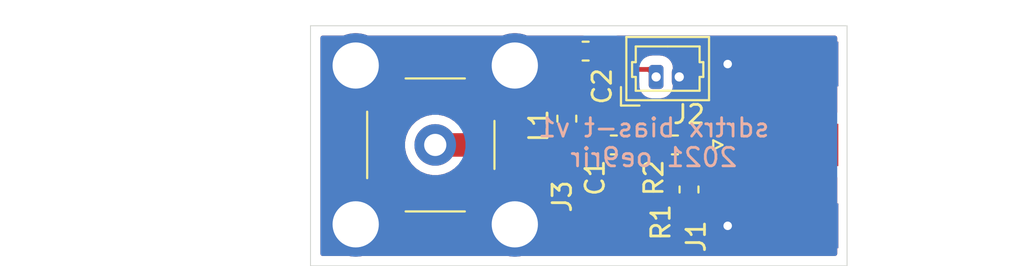
<source format=kicad_pcb>
(kicad_pcb (version 20171130) (host pcbnew 5.1.6+dfsg1-1~bpo9+1)

  (general
    (thickness 1.6)
    (drawings 5)
    (tracks 18)
    (zones 0)
    (modules 8)
    (nets 6)
  )

  (page A4)
  (layers
    (0 F.Cu signal)
    (31 B.Cu signal)
    (32 B.Adhes user)
    (33 F.Adhes user)
    (34 B.Paste user)
    (35 F.Paste user)
    (36 B.SilkS user)
    (37 F.SilkS user)
    (38 B.Mask user)
    (39 F.Mask user)
    (40 Dwgs.User user)
    (41 Cmts.User user)
    (42 Eco1.User user)
    (43 Eco2.User user)
    (44 Edge.Cuts user)
    (45 Margin user)
    (46 B.CrtYd user)
    (47 F.CrtYd user)
    (48 B.Fab user)
    (49 F.Fab user hide)
  )

  (setup
    (last_trace_width 0.25)
    (user_trace_width 0.254)
    (user_trace_width 0.508)
    (user_trace_width 1.27)
    (user_trace_width 2.032)
    (user_trace_width 2.794)
    (trace_clearance 0.2)
    (zone_clearance 0.508)
    (zone_45_only yes)
    (trace_min 0.2)
    (via_size 0.8)
    (via_drill 0.4)
    (via_min_size 0.4)
    (via_min_drill 0.3)
    (uvia_size 0.3)
    (uvia_drill 0.1)
    (uvias_allowed no)
    (uvia_min_size 0.2)
    (uvia_min_drill 0.1)
    (edge_width 0.05)
    (segment_width 0.2)
    (pcb_text_width 0.3)
    (pcb_text_size 1.5 1.5)
    (mod_edge_width 0.12)
    (mod_text_size 1 1)
    (mod_text_width 0.15)
    (pad_size 1.524 1.524)
    (pad_drill 0.762)
    (pad_to_mask_clearance 0.05)
    (aux_axis_origin 0 0)
    (visible_elements FFFFFF7F)
    (pcbplotparams
      (layerselection 0x010fc_ffffffff)
      (usegerberextensions true)
      (usegerberattributes false)
      (usegerberadvancedattributes false)
      (creategerberjobfile false)
      (excludeedgelayer true)
      (linewidth 0.100000)
      (plotframeref false)
      (viasonmask false)
      (mode 1)
      (useauxorigin false)
      (hpglpennumber 1)
      (hpglpenspeed 20)
      (hpglpendiameter 15.000000)
      (psnegative false)
      (psa4output false)
      (plotreference true)
      (plotvalue false)
      (plotinvisibletext false)
      (padsonsilk false)
      (subtractmaskfromsilk true)
      (outputformat 1)
      (mirror false)
      (drillshape 0)
      (scaleselection 1)
      (outputdirectory "gerber"))
  )

  (net 0 "")
  (net 1 "Net-(C1-Pad2)")
  (net 2 "Net-(C1-Pad1)")
  (net 3 "Net-(C2-Pad2)")
  (net 4 GND)
  (net 5 "Net-(J1-Pad1)")

  (net_class Default "This is the default net class."
    (clearance 0.2)
    (trace_width 0.25)
    (via_dia 0.8)
    (via_drill 0.4)
    (uvia_dia 0.3)
    (uvia_drill 0.1)
    (add_net GND)
    (add_net "Net-(C1-Pad1)")
    (add_net "Net-(C1-Pad2)")
    (add_net "Net-(C2-Pad2)")
    (add_net "Net-(J1-Pad1)")
  )

  (module Capacitor_SMD:C_0603_1608Metric (layer F.Cu) (tedit 5B301BBE) (tstamp 615A4F62)
    (at 94.869 63.373)
    (descr "Capacitor SMD 0603 (1608 Metric), square (rectangular) end terminal, IPC_7351 nominal, (Body size source: http://www.tortai-tech.com/upload/download/2011102023233369053.pdf), generated with kicad-footprint-generator")
    (tags capacitor)
    (path /6159E778)
    (attr smd)
    (fp_text reference C2 (at 0.889 1.905 90) (layer F.SilkS)
      (effects (font (size 1 1) (thickness 0.15)))
    )
    (fp_text value 100p (at 0 1.43) (layer F.Fab)
      (effects (font (size 1 1) (thickness 0.15)))
    )
    (fp_text user %R (at 0 0) (layer F.Fab)
      (effects (font (size 0.4 0.4) (thickness 0.06)))
    )
    (fp_line (start -0.8 0.4) (end -0.8 -0.4) (layer F.Fab) (width 0.1))
    (fp_line (start -0.8 -0.4) (end 0.8 -0.4) (layer F.Fab) (width 0.1))
    (fp_line (start 0.8 -0.4) (end 0.8 0.4) (layer F.Fab) (width 0.1))
    (fp_line (start 0.8 0.4) (end -0.8 0.4) (layer F.Fab) (width 0.1))
    (fp_line (start -0.162779 -0.51) (end 0.162779 -0.51) (layer F.SilkS) (width 0.12))
    (fp_line (start -0.162779 0.51) (end 0.162779 0.51) (layer F.SilkS) (width 0.12))
    (fp_line (start -1.48 0.73) (end -1.48 -0.73) (layer F.CrtYd) (width 0.05))
    (fp_line (start -1.48 -0.73) (end 1.48 -0.73) (layer F.CrtYd) (width 0.05))
    (fp_line (start 1.48 -0.73) (end 1.48 0.73) (layer F.CrtYd) (width 0.05))
    (fp_line (start 1.48 0.73) (end -1.48 0.73) (layer F.CrtYd) (width 0.05))
    (pad 2 smd roundrect (at 0.7875 0) (size 0.875 0.95) (layers F.Cu F.Paste F.Mask) (roundrect_rratio 0.25)
      (net 3 "Net-(C2-Pad2)"))
    (pad 1 smd roundrect (at -0.7875 0) (size 0.875 0.95) (layers F.Cu F.Paste F.Mask) (roundrect_rratio 0.25)
      (net 4 GND))
    (model ${KISYS3DMOD}/Capacitor_SMD.3dshapes/C_0603_1608Metric.wrl
      (at (xyz 0 0 0))
      (scale (xyz 1 1 1))
      (rotate (xyz 0 0 0))
    )
  )

  (module Resistor_SMD:R_0603_1608Metric (layer F.Cu) (tedit 5B301BBD) (tstamp 615A500D)
    (at 99.695 68.453)
    (descr "Resistor SMD 0603 (1608 Metric), square (rectangular) end terminal, IPC_7351 nominal, (Body size source: http://www.tortai-tech.com/upload/download/2011102023233369053.pdf), generated with kicad-footprint-generator")
    (tags resistor)
    (path /61596F29)
    (attr smd)
    (fp_text reference R2 (at -1.143 1.778 90) (layer F.SilkS)
      (effects (font (size 1 1) (thickness 0.15)))
    )
    (fp_text value 47 (at 0 1.43) (layer F.Fab)
      (effects (font (size 1 1) (thickness 0.15)))
    )
    (fp_line (start 1.48 0.73) (end -1.48 0.73) (layer F.CrtYd) (width 0.05))
    (fp_line (start 1.48 -0.73) (end 1.48 0.73) (layer F.CrtYd) (width 0.05))
    (fp_line (start -1.48 -0.73) (end 1.48 -0.73) (layer F.CrtYd) (width 0.05))
    (fp_line (start -1.48 0.73) (end -1.48 -0.73) (layer F.CrtYd) (width 0.05))
    (fp_line (start -0.162779 0.51) (end 0.162779 0.51) (layer F.SilkS) (width 0.12))
    (fp_line (start -0.162779 -0.51) (end 0.162779 -0.51) (layer F.SilkS) (width 0.12))
    (fp_line (start 0.8 0.4) (end -0.8 0.4) (layer F.Fab) (width 0.1))
    (fp_line (start 0.8 -0.4) (end 0.8 0.4) (layer F.Fab) (width 0.1))
    (fp_line (start -0.8 -0.4) (end 0.8 -0.4) (layer F.Fab) (width 0.1))
    (fp_line (start -0.8 0.4) (end -0.8 -0.4) (layer F.Fab) (width 0.1))
    (fp_text user %R (at 0 0) (layer F.Fab)
      (effects (font (size 0.4 0.4) (thickness 0.06)))
    )
    (pad 2 smd roundrect (at 0.7875 0) (size 0.875 0.95) (layers F.Cu F.Paste F.Mask) (roundrect_rratio 0.25)
      (net 5 "Net-(J1-Pad1)"))
    (pad 1 smd roundrect (at -0.7875 0) (size 0.875 0.95) (layers F.Cu F.Paste F.Mask) (roundrect_rratio 0.25)
      (net 1 "Net-(C1-Pad2)"))
    (model ${KISYS3DMOD}/Resistor_SMD.3dshapes/R_0603_1608Metric.wrl
      (at (xyz 0 0 0))
      (scale (xyz 1 1 1))
      (rotate (xyz 0 0 0))
    )
  )

  (module Resistor_SMD:R_0603_1608Metric (layer F.Cu) (tedit 5B301BBD) (tstamp 615A4FFC)
    (at 100.457 70.866 270)
    (descr "Resistor SMD 0603 (1608 Metric), square (rectangular) end terminal, IPC_7351 nominal, (Body size source: http://www.tortai-tech.com/upload/download/2011102023233369053.pdf), generated with kicad-footprint-generator")
    (tags resistor)
    (path /615976E1)
    (attr smd)
    (fp_text reference R1 (at 1.778 1.524 90) (layer F.SilkS)
      (effects (font (size 1 1) (thickness 0.15)))
    )
    (fp_text value 82 (at 0 1.43 90) (layer F.Fab)
      (effects (font (size 1 1) (thickness 0.15)))
    )
    (fp_line (start 1.48 0.73) (end -1.48 0.73) (layer F.CrtYd) (width 0.05))
    (fp_line (start 1.48 -0.73) (end 1.48 0.73) (layer F.CrtYd) (width 0.05))
    (fp_line (start -1.48 -0.73) (end 1.48 -0.73) (layer F.CrtYd) (width 0.05))
    (fp_line (start -1.48 0.73) (end -1.48 -0.73) (layer F.CrtYd) (width 0.05))
    (fp_line (start -0.162779 0.51) (end 0.162779 0.51) (layer F.SilkS) (width 0.12))
    (fp_line (start -0.162779 -0.51) (end 0.162779 -0.51) (layer F.SilkS) (width 0.12))
    (fp_line (start 0.8 0.4) (end -0.8 0.4) (layer F.Fab) (width 0.1))
    (fp_line (start 0.8 -0.4) (end 0.8 0.4) (layer F.Fab) (width 0.1))
    (fp_line (start -0.8 -0.4) (end 0.8 -0.4) (layer F.Fab) (width 0.1))
    (fp_line (start -0.8 0.4) (end -0.8 -0.4) (layer F.Fab) (width 0.1))
    (fp_text user %R (at 0 0 90) (layer F.Fab)
      (effects (font (size 0.4 0.4) (thickness 0.06)))
    )
    (pad 2 smd roundrect (at 0.7875 0 270) (size 0.875 0.95) (layers F.Cu F.Paste F.Mask) (roundrect_rratio 0.25)
      (net 4 GND))
    (pad 1 smd roundrect (at -0.7875 0 270) (size 0.875 0.95) (layers F.Cu F.Paste F.Mask) (roundrect_rratio 0.25)
      (net 5 "Net-(J1-Pad1)"))
    (model ${KISYS3DMOD}/Resistor_SMD.3dshapes/R_0603_1608Metric.wrl
      (at (xyz 0 0 0))
      (scale (xyz 1 1 1))
      (rotate (xyz 0 0 0))
    )
  )

  (module Inductor_SMD:L_0603_1608Metric (layer F.Cu) (tedit 5B301BBE) (tstamp 615A4FEB)
    (at 93.853 67.0305 90)
    (descr "Inductor SMD 0603 (1608 Metric), square (rectangular) end terminal, IPC_7351 nominal, (Body size source: http://www.tortai-tech.com/upload/download/2011102023233369053.pdf), generated with kicad-footprint-generator")
    (tags inductor)
    (path /6159902B)
    (attr smd)
    (fp_text reference L1 (at -0.381 -1.524 90) (layer F.SilkS)
      (effects (font (size 1 1) (thickness 0.15)))
    )
    (fp_text value 39nH (at 0 1.43 90) (layer F.Fab)
      (effects (font (size 1 1) (thickness 0.15)))
    )
    (fp_line (start 1.48 0.73) (end -1.48 0.73) (layer F.CrtYd) (width 0.05))
    (fp_line (start 1.48 -0.73) (end 1.48 0.73) (layer F.CrtYd) (width 0.05))
    (fp_line (start -1.48 -0.73) (end 1.48 -0.73) (layer F.CrtYd) (width 0.05))
    (fp_line (start -1.48 0.73) (end -1.48 -0.73) (layer F.CrtYd) (width 0.05))
    (fp_line (start -0.162779 0.51) (end 0.162779 0.51) (layer F.SilkS) (width 0.12))
    (fp_line (start -0.162779 -0.51) (end 0.162779 -0.51) (layer F.SilkS) (width 0.12))
    (fp_line (start 0.8 0.4) (end -0.8 0.4) (layer F.Fab) (width 0.1))
    (fp_line (start 0.8 -0.4) (end 0.8 0.4) (layer F.Fab) (width 0.1))
    (fp_line (start -0.8 -0.4) (end 0.8 -0.4) (layer F.Fab) (width 0.1))
    (fp_line (start -0.8 0.4) (end -0.8 -0.4) (layer F.Fab) (width 0.1))
    (fp_text user %R (at 0 0 90) (layer F.Fab)
      (effects (font (size 0.4 0.4) (thickness 0.06)))
    )
    (pad 2 smd roundrect (at 0.7875 0 90) (size 0.875 0.95) (layers F.Cu F.Paste F.Mask) (roundrect_rratio 0.25)
      (net 3 "Net-(C2-Pad2)"))
    (pad 1 smd roundrect (at -0.7875 0 90) (size 0.875 0.95) (layers F.Cu F.Paste F.Mask) (roundrect_rratio 0.25)
      (net 2 "Net-(C1-Pad1)"))
    (model ${KISYS3DMOD}/Inductor_SMD.3dshapes/L_0603_1608Metric.wrl
      (at (xyz 0 0 0))
      (scale (xyz 1 1 1))
      (rotate (xyz 0 0 0))
    )
  )

  (module Parts:F_Molex_73330-0030_Horizontal (layer F.Cu) (tedit 61598F2A) (tstamp 615A4FDA)
    (at 86.741 68.453 90)
    (descr https://www.molex.com/pdm_docs/sd/733300030_sd.pdf)
    (tags "F THT Female Jack Horizontal")
    (path /61599B39)
    (fp_text reference J3 (at -2.794 6.858 90) (layer F.SilkS)
      (effects (font (size 1 1) (thickness 0.15)))
    )
    (fp_text value LNB (at 7.112 -0.254 180) (layer F.Fab)
      (effects (font (size 1 1) (thickness 0.15)))
    )
    (fp_line (start 5.5 -5.75) (end -5.5 -5.75) (layer F.CrtYd) (width 0.1))
    (fp_line (start 5.75 5.75) (end -5.75 5.75) (layer F.CrtYd) (width 0.05))
    (fp_line (start 5.75 5.75) (end 5.75 -23.5) (layer F.CrtYd) (width 0.05))
    (fp_line (start -5.75 -23.5) (end -5.75 5.75) (layer F.CrtYd) (width 0.05))
    (fp_line (start -5.75 -23.5) (end 5.75 -23.5) (layer F.CrtYd) (width 0.05))
    (fp_line (start -3.5 -3.95) (end 3.5 -3.95) (layer F.Fab) (width 0.1))
    (fp_line (start -3.5 -3.95) (end -3.5 3.05) (layer F.Fab) (width 0.1))
    (fp_line (start -3.5 3.05) (end 3.5 3.05) (layer F.Fab) (width 0.1))
    (fp_line (start 3.5 -3.95) (end 3.5 3.05) (layer F.Fab) (width 0.1))
    (fp_line (start -3.6 -1.6) (end -3.6 1.6) (layer F.SilkS) (width 0.12))
    (fp_line (start 3.6 -1.6) (end 3.6 1.6) (layer F.SilkS) (width 0.12))
    (fp_line (start -1.3 3.2) (end 1.3 3.2) (layer F.SilkS) (width 0.12))
    (fp_line (start -1.8 -3.68) (end 1.8 -3.68) (layer F.SilkS) (width 0.12))
    (fp_line (start -3 -16.5) (end 3 -16.5) (layer F.Fab) (width 0.1))
    (fp_line (start -3 -16.5) (end -3 -5.07) (layer F.Fab) (width 0.1))
    (fp_line (start 3 -16.5) (end 3 -5.07) (layer F.Fab) (width 0.1))
    (fp_line (start 3.9 -3.95) (end 3.9 -5.07) (layer F.Fab) (width 0.1))
    (fp_line (start 3.9 -5.07) (end -3.9 -5.07) (layer F.Fab) (width 0.1))
    (fp_line (start -3.9 -5.07) (end -3.9 -3.95) (layer F.Fab) (width 0.1))
    (fp_line (start -3.9 -3.95) (end 3.9 -3.95) (layer F.Fab) (width 0.1))
    (fp_line (start -3 -6) (end 3 -6.7) (layer F.Fab) (width 0.1))
    (fp_line (start -3 -7) (end 3 -7.7) (layer F.Fab) (width 0.1))
    (fp_line (start -3 -8) (end 3 -8.7) (layer F.Fab) (width 0.1))
    (fp_line (start -3 -9) (end 3 -9.7) (layer F.Fab) (width 0.1))
    (fp_line (start -3 -10) (end 3 -10.7) (layer F.Fab) (width 0.1))
    (fp_line (start -3 -11) (end 3 -11.7) (layer F.Fab) (width 0.1))
    (fp_line (start -3 -12) (end 3 -12.7) (layer F.Fab) (width 0.1))
    (fp_line (start -3 -13) (end 3 -13.7) (layer F.Fab) (width 0.1))
    (fp_line (start -3 -14) (end 3 -14.7) (layer F.Fab) (width 0.1))
    (fp_text user %R (at 0 0 90) (layer F.Fab)
      (effects (font (size 1 1) (thickness 0.15)))
    )
    (pad 2 thru_hole circle (at -4.3 4.3 90) (size 3.5 3.5) (drill 2.5) (layers *.Cu *.Mask)
      (net 4 GND))
    (pad 2 thru_hole circle (at -4.3 -4.3 90) (size 3.5 3.5) (drill 2.5) (layers *.Cu *.Mask)
      (net 4 GND))
    (pad 2 thru_hole circle (at 4.3 -4.3 90) (size 3.5 3.5) (drill 2.5) (layers *.Cu *.Mask)
      (net 4 GND))
    (pad 2 thru_hole circle (at 4.3 4.3 180) (size 3.5 3.5) (drill 2.5) (layers *.Cu *.Mask)
      (net 4 GND))
    (pad 1 thru_hole circle (at 0 0 90) (size 2.25 2.25) (drill 1.2) (layers *.Cu *.Mask)
      (net 2 "Net-(C1-Pad1)"))
    (model ${KISYS3DMOD}/Connector_Coaxial.3dshapes/SMA_Molex_73251-2200_Horizontal.wrl
      (at (xyz 0 0 0))
      (scale (xyz 1 1 1))
      (rotate (xyz 0 0 0))
    )
    (model /home/rudirai/Downloads/733300030.stp
      (offset (xyz 0 23.8 8))
      (scale (xyz 1 1 1))
      (rotate (xyz 90 180 0))
    )
  )

  (module Connector_Molex:Molex_PicoBlade_53047-0210_1x02_P1.25mm_Vertical (layer F.Cu) (tedit 5B783167) (tstamp 615A4FB3)
    (at 98.679 64.77)
    (descr "Molex PicoBlade Connector System, 53047-0210, 2 Pins per row (http://www.molex.com/pdm_docs/sd/530470610_sd.pdf), generated with kicad-footprint-generator")
    (tags "connector Molex PicoBlade side entry")
    (path /615C7C2C)
    (fp_text reference J2 (at 1.778 2.032 180) (layer F.SilkS)
      (effects (font (size 1 1) (thickness 0.15)))
    )
    (fp_text value 13V (at 0.62 2.35) (layer F.Fab)
      (effects (font (size 1 1) (thickness 0.15)))
    )
    (fp_line (start 3.25 -2.55) (end -2 -2.55) (layer F.CrtYd) (width 0.05))
    (fp_line (start 3.25 1.65) (end 3.25 -2.55) (layer F.CrtYd) (width 0.05))
    (fp_line (start -2 1.65) (end 3.25 1.65) (layer F.CrtYd) (width 0.05))
    (fp_line (start -2 -2.55) (end -2 1.65) (layer F.CrtYd) (width 0.05))
    (fp_line (start 0 0.442893) (end 0.5 1.15) (layer F.Fab) (width 0.1))
    (fp_line (start -0.5 1.15) (end 0 0.442893) (layer F.Fab) (width 0.1))
    (fp_line (start -1.9 1.55) (end -0.9 1.55) (layer F.SilkS) (width 0.12))
    (fp_line (start -1.9 1.55) (end -1.9 0.55) (layer F.SilkS) (width 0.12))
    (fp_line (start 2.35 -1.65) (end 0.625 -1.65) (layer F.SilkS) (width 0.12))
    (fp_line (start 2.35 -0.8) (end 2.35 -1.65) (layer F.SilkS) (width 0.12))
    (fp_line (start 2.55 -0.8) (end 2.35 -0.8) (layer F.SilkS) (width 0.12))
    (fp_line (start 2.55 0) (end 2.55 -0.8) (layer F.SilkS) (width 0.12))
    (fp_line (start 2.35 0) (end 2.55 0) (layer F.SilkS) (width 0.12))
    (fp_line (start 2.35 0.75) (end 2.35 0) (layer F.SilkS) (width 0.12))
    (fp_line (start 0.625 0.75) (end 2.35 0.75) (layer F.SilkS) (width 0.12))
    (fp_line (start -1.1 -1.65) (end 0.625 -1.65) (layer F.SilkS) (width 0.12))
    (fp_line (start -1.1 -0.8) (end -1.1 -1.65) (layer F.SilkS) (width 0.12))
    (fp_line (start -1.3 -0.8) (end -1.1 -0.8) (layer F.SilkS) (width 0.12))
    (fp_line (start -1.3 0) (end -1.3 -0.8) (layer F.SilkS) (width 0.12))
    (fp_line (start -1.1 0) (end -1.3 0) (layer F.SilkS) (width 0.12))
    (fp_line (start -1.1 0.75) (end -1.1 0) (layer F.SilkS) (width 0.12))
    (fp_line (start 0.625 0.75) (end -1.1 0.75) (layer F.SilkS) (width 0.12))
    (fp_line (start 2.86 -2.16) (end -1.61 -2.16) (layer F.SilkS) (width 0.12))
    (fp_line (start 2.86 1.26) (end 2.86 -2.16) (layer F.SilkS) (width 0.12))
    (fp_line (start -1.61 1.26) (end 2.86 1.26) (layer F.SilkS) (width 0.12))
    (fp_line (start -1.61 -2.16) (end -1.61 1.26) (layer F.SilkS) (width 0.12))
    (fp_line (start 2.75 -2.05) (end -1.5 -2.05) (layer F.Fab) (width 0.1))
    (fp_line (start 2.75 1.15) (end 2.75 -2.05) (layer F.Fab) (width 0.1))
    (fp_line (start -1.5 1.15) (end 2.75 1.15) (layer F.Fab) (width 0.1))
    (fp_line (start -1.5 -2.05) (end -1.5 1.15) (layer F.Fab) (width 0.1))
    (fp_text user %R (at 0.62 -1.35) (layer F.Fab)
      (effects (font (size 1 1) (thickness 0.15)))
    )
    (pad 2 thru_hole oval (at 1.25 0) (size 0.8 1.3) (drill 0.5) (layers *.Cu *.Mask)
      (net 4 GND))
    (pad 1 thru_hole roundrect (at 0 0) (size 0.8 1.3) (drill 0.5) (layers *.Cu *.Mask) (roundrect_rratio 0.25)
      (net 3 "Net-(C2-Pad2)"))
    (model ${KISYS3DMOD}/Connector_Molex.3dshapes/Molex_PicoBlade_53047-0210_1x02_P1.25mm_Vertical.wrl
      (at (xyz 0 0 0))
      (scale (xyz 1 1 1))
      (rotate (xyz 0 0 0))
    )
  )

  (module Connector_Coaxial:SMA_Molex_73251-1153_EdgeMount_Horizontal (layer F.Cu) (tedit 5A1B666F) (tstamp 615A717E)
    (at 104.267 68.453 180)
    (descr "Molex SMA RF Connectors, Edge Mount, (http://www.molex.com/pdm_docs/sd/732511150_sd.pdf)")
    (tags "sma edge")
    (path /6159A657)
    (attr smd)
    (fp_text reference J1 (at 3.429 -4.953 90) (layer F.SilkS)
      (effects (font (size 1 1) (thickness 0.15)))
    )
    (fp_text value SDR (at -1.72 -7.11) (layer F.Fab)
      (effects (font (size 1 1) (thickness 0.15)))
    )
    (fp_line (start -5.91 4.76) (end 0.49 4.76) (layer F.Fab) (width 0.1))
    (fp_line (start -5.91 -4.76) (end -5.91 4.76) (layer F.Fab) (width 0.1))
    (fp_line (start 0.49 -4.76) (end -5.91 -4.76) (layer F.Fab) (width 0.1))
    (fp_line (start -4.76 -3.75) (end -4.76 3.75) (layer F.Fab) (width 0.1))
    (fp_line (start -13.79 2.65) (end -5.91 2.65) (layer F.Fab) (width 0.1))
    (fp_line (start -13.79 -2.65) (end -13.79 2.65) (layer F.Fab) (width 0.1))
    (fp_line (start -13.79 -2.65) (end -5.91 -2.65) (layer F.Fab) (width 0.1))
    (fp_line (start -4.76 3.75) (end 0.49 3.75) (layer F.Fab) (width 0.1))
    (fp_line (start -4.76 -3.75) (end 0.49 -3.75) (layer F.Fab) (width 0.1))
    (fp_line (start 2.71 -6.09) (end -14.29 -6.09) (layer F.CrtYd) (width 0.05))
    (fp_line (start 2.71 -6.09) (end 2.71 6.09) (layer F.CrtYd) (width 0.05))
    (fp_line (start -14.29 6.09) (end 2.71 6.09) (layer B.CrtYd) (width 0.05))
    (fp_line (start -14.29 -6.09) (end -14.29 6.09) (layer B.CrtYd) (width 0.05))
    (fp_line (start -14.29 -6.09) (end 2.71 -6.09) (layer B.CrtYd) (width 0.05))
    (fp_line (start 2.71 -6.09) (end 2.71 6.09) (layer B.CrtYd) (width 0.05))
    (fp_line (start -14.29 6.09) (end 2.71 6.09) (layer F.CrtYd) (width 0.05))
    (fp_line (start -14.29 -6.09) (end -14.29 6.09) (layer F.CrtYd) (width 0.05))
    (fp_line (start 0.49 -4.76) (end 0.49 -3.75) (layer F.Fab) (width 0.1))
    (fp_line (start 0.49 3.75) (end 0.49 4.76) (layer F.Fab) (width 0.1))
    (fp_line (start 0.49 -0.38) (end 0.49 0.38) (layer F.Fab) (width 0.1))
    (fp_line (start -4.76 0.38) (end 0.49 0.38) (layer F.Fab) (width 0.1))
    (fp_line (start -4.76 -0.38) (end 0.49 -0.38) (layer F.Fab) (width 0.1))
    (fp_line (start 2 0) (end 2.5 -0.25) (layer F.SilkS) (width 0.12))
    (fp_line (start 2.5 -0.25) (end 2.5 0.25) (layer F.SilkS) (width 0.12))
    (fp_line (start 2.5 0.25) (end 2 0) (layer F.SilkS) (width 0.12))
    (fp_line (start 2.5 -0.25) (end 2 0) (layer F.Fab) (width 0.1))
    (fp_line (start 2 0) (end 2.5 0.25) (layer F.Fab) (width 0.1))
    (fp_line (start 2.5 0.25) (end 2.5 -0.25) (layer F.Fab) (width 0.1))
    (fp_text user %R (at -1.5 7) (layer F.Fab)
      (effects (font (size 1 1) (thickness 0.15)))
    )
    (pad 2 smd rect (at 1.27 4.38 180) (size 0.95 0.46) (layers B.Cu)
      (net 4 GND))
    (pad 2 smd rect (at 1.27 -4.38 180) (size 0.95 0.46) (layers B.Cu)
      (net 4 GND))
    (pad 2 smd rect (at 1.27 4.38 180) (size 0.95 0.46) (layers F.Cu)
      (net 4 GND))
    (pad 2 smd rect (at 1.27 -4.38 180) (size 0.95 0.46) (layers F.Cu)
      (net 4 GND))
    (pad 2 thru_hole circle (at 1.72 4.38 180) (size 0.97 0.97) (drill 0.46) (layers *.Cu)
      (net 4 GND))
    (pad 2 thru_hole circle (at 1.72 -4.38 180) (size 0.97 0.97) (drill 0.46) (layers *.Cu)
      (net 4 GND))
    (pad 2 smd rect (at -1.72 4.38 180) (size 5.08 2.42) (layers B.Cu B.Paste B.Mask)
      (net 4 GND))
    (pad 2 smd rect (at -1.72 -4.38 180) (size 5.08 2.42) (layers B.Cu B.Paste B.Mask)
      (net 4 GND))
    (pad 2 smd rect (at -1.72 4.38 180) (size 5.08 2.42) (layers F.Cu F.Paste F.Mask)
      (net 4 GND))
    (pad 2 smd rect (at -1.72 -4.38 180) (size 5.08 2.42) (layers F.Cu F.Paste F.Mask)
      (net 4 GND))
    (pad 1 smd rect (at -1.72 0 180) (size 5.08 2.29) (layers F.Cu F.Paste F.Mask)
      (net 5 "Net-(J1-Pad1)"))
    (model ${KISYS3DMOD}/Connector_Coaxial.3dshapes/SMA_Molex_73251-1153_EdgeMount_Horizontal.wrl
      (at (xyz 0 0 0))
      (scale (xyz 1 1 1))
      (rotate (xyz 0 0 0))
    )
    (model /home/rudirai/Downloads/732511153.stp
      (offset (xyz -14 0 0.25))
      (scale (xyz 1 1 1))
      (rotate (xyz 0 0 0))
    )
  )

  (module Capacitor_SMD:C_0603_1608Metric (layer F.Cu) (tedit 5B301BBE) (tstamp 615A4F51)
    (at 96.393 68.453)
    (descr "Capacitor SMD 0603 (1608 Metric), square (rectangular) end terminal, IPC_7351 nominal, (Body size source: http://www.tortai-tech.com/upload/download/2011102023233369053.pdf), generated with kicad-footprint-generator")
    (tags capacitor)
    (path /615977F6)
    (attr smd)
    (fp_text reference C1 (at -1.016 1.778 90) (layer F.SilkS)
      (effects (font (size 1 1) (thickness 0.15)))
    )
    (fp_text value 100p (at 0 1.43) (layer F.Fab)
      (effects (font (size 1 1) (thickness 0.15)))
    )
    (fp_line (start 1.48 0.73) (end -1.48 0.73) (layer F.CrtYd) (width 0.05))
    (fp_line (start 1.48 -0.73) (end 1.48 0.73) (layer F.CrtYd) (width 0.05))
    (fp_line (start -1.48 -0.73) (end 1.48 -0.73) (layer F.CrtYd) (width 0.05))
    (fp_line (start -1.48 0.73) (end -1.48 -0.73) (layer F.CrtYd) (width 0.05))
    (fp_line (start -0.162779 0.51) (end 0.162779 0.51) (layer F.SilkS) (width 0.12))
    (fp_line (start -0.162779 -0.51) (end 0.162779 -0.51) (layer F.SilkS) (width 0.12))
    (fp_line (start 0.8 0.4) (end -0.8 0.4) (layer F.Fab) (width 0.1))
    (fp_line (start 0.8 -0.4) (end 0.8 0.4) (layer F.Fab) (width 0.1))
    (fp_line (start -0.8 -0.4) (end 0.8 -0.4) (layer F.Fab) (width 0.1))
    (fp_line (start -0.8 0.4) (end -0.8 -0.4) (layer F.Fab) (width 0.1))
    (fp_text user %R (at 0 0) (layer F.Fab)
      (effects (font (size 0.4 0.4) (thickness 0.06)))
    )
    (pad 2 smd roundrect (at 0.7875 0) (size 0.875 0.95) (layers F.Cu F.Paste F.Mask) (roundrect_rratio 0.25)
      (net 1 "Net-(C1-Pad2)"))
    (pad 1 smd roundrect (at -0.7875 0) (size 0.875 0.95) (layers F.Cu F.Paste F.Mask) (roundrect_rratio 0.25)
      (net 2 "Net-(C1-Pad1)"))
    (model ${KISYS3DMOD}/Capacitor_SMD.3dshapes/C_0603_1608Metric.wrl
      (at (xyz 0 0 0))
      (scale (xyz 1 1 1))
      (rotate (xyz 0 0 0))
    )
  )

  (gr_text "sdrtrx bias-t v1\n2021 oe9rir" (at 98.552 68.326) (layer B.SilkS)
    (effects (font (size 1 1) (thickness 0.15)) (justify mirror))
  )
  (gr_line (start 109 62) (end 109 75) (layer Edge.Cuts) (width 0.05))
  (gr_line (start 80 75) (end 109 75) (layer Edge.Cuts) (width 0.05))
  (gr_line (start 80 62) (end 109 62) (layer Edge.Cuts) (width 0.05))
  (gr_line (start 80 75) (end 80 62) (layer Edge.Cuts) (width 0.05))

  (segment (start 97.1805 68.453) (end 98.9075 68.453) (width 1.27) (layer F.Cu) (net 1))
  (segment (start 95.6055 68.453) (end 86.741 68.453) (width 1.27) (layer F.Cu) (net 2))
  (segment (start 95.6565 64.3635) (end 95.6565 63.373) (width 0.254) (layer F.Cu) (net 3))
  (segment (start 98.2725 64.3635) (end 98.679 64.77) (width 0.254) (layer F.Cu) (net 3))
  (segment (start 95.6565 64.3635) (end 98.2725 64.3635) (width 0.254) (layer F.Cu) (net 3))
  (segment (start 95.6565 64.4395) (end 93.853 66.243) (width 0.254) (layer F.Cu) (net 3))
  (segment (start 95.6565 64.3635) (end 95.6565 64.4395) (width 0.254) (layer F.Cu) (net 3))
  (segment (start 103.182 64.073) (end 101.919 64.073) (width 0.508) (layer F.Cu) (net 4))
  (segment (start 103.182 64.073) (end 101.789 64.073) (width 0.508) (layer B.Cu) (net 4))
  (segment (start 103.182 72.833) (end 101.535 72.833) (width 0.508) (layer B.Cu) (net 4))
  (segment (start 103.182 72.833) (end 101.792 72.833) (width 0.508) (layer F.Cu) (net 4))
  (segment (start 91.821 63.373) (end 91.041 64.153) (width 0.508) (layer F.Cu) (net 4))
  (segment (start 94.0815 63.373) (end 91.821 63.373) (width 0.508) (layer F.Cu) (net 4))
  (segment (start 100.6125 71.6535) (end 101.792 72.833) (width 0.508) (layer F.Cu) (net 4))
  (segment (start 100.457 71.6535) (end 100.6125 71.6535) (width 0.508) (layer F.Cu) (net 4))
  (segment (start 100.4825 70.053) (end 100.457 70.0785) (width 0.254) (layer F.Cu) (net 5))
  (segment (start 100.4825 68.453) (end 100.4825 70.053) (width 0.254) (layer F.Cu) (net 5))
  (segment (start 100.4825 68.453) (end 106.622 68.453) (width 1.27) (layer F.Cu) (net 5))

  (zone (net 4) (net_name GND) (layer B.Cu) (tstamp 615A6C99) (hatch edge 0.508)
    (connect_pads yes (clearance 0.508))
    (min_thickness 0.254)
    (fill yes (arc_segments 32) (thermal_gap 0.508) (thermal_bridge_width 0.508))
    (polygon
      (pts
        (xy 108.585 74.676) (xy 80.391 74.676) (xy 80.391 62.357) (xy 108.585 62.357)
      )
    )
    (filled_polygon
      (pts
        (xy 108.340001 74.34) (xy 80.66 74.34) (xy 80.66 68.279655) (xy 84.981 68.279655) (xy 84.981 68.626345)
        (xy 85.048636 68.966373) (xy 85.181308 69.286673) (xy 85.373919 69.574935) (xy 85.619065 69.820081) (xy 85.907327 70.012692)
        (xy 86.227627 70.145364) (xy 86.567655 70.213) (xy 86.914345 70.213) (xy 87.254373 70.145364) (xy 87.574673 70.012692)
        (xy 87.862935 69.820081) (xy 88.108081 69.574935) (xy 88.300692 69.286673) (xy 88.433364 68.966373) (xy 88.501 68.626345)
        (xy 88.501 68.279655) (xy 88.433364 67.939627) (xy 88.300692 67.619327) (xy 88.108081 67.331065) (xy 87.862935 67.085919)
        (xy 87.574673 66.893308) (xy 87.254373 66.760636) (xy 86.914345 66.693) (xy 86.567655 66.693) (xy 86.227627 66.760636)
        (xy 85.907327 66.893308) (xy 85.619065 67.085919) (xy 85.373919 67.331065) (xy 85.181308 67.619327) (xy 85.048636 67.939627)
        (xy 84.981 68.279655) (xy 80.66 68.279655) (xy 80.66 64.32) (xy 97.640928 64.32) (xy 97.640928 65.22)
        (xy 97.657031 65.3835) (xy 97.704722 65.540716) (xy 97.782169 65.685608) (xy 97.886394 65.812606) (xy 98.013392 65.916831)
        (xy 98.158284 65.994278) (xy 98.3155 66.041969) (xy 98.479 66.058072) (xy 98.879 66.058072) (xy 99.0425 66.041969)
        (xy 99.199716 65.994278) (xy 99.344608 65.916831) (xy 99.471606 65.812606) (xy 99.575831 65.685608) (xy 99.653278 65.540716)
        (xy 99.700969 65.3835) (xy 99.717072 65.22) (xy 99.717072 64.32) (xy 99.700969 64.1565) (xy 99.653278 63.999284)
        (xy 99.575831 63.854392) (xy 99.471606 63.727394) (xy 99.344608 63.623169) (xy 99.199716 63.545722) (xy 99.0425 63.498031)
        (xy 98.879 63.481928) (xy 98.479 63.481928) (xy 98.3155 63.498031) (xy 98.158284 63.545722) (xy 98.013392 63.623169)
        (xy 97.886394 63.727394) (xy 97.782169 63.854392) (xy 97.704722 63.999284) (xy 97.657031 64.1565) (xy 97.640928 64.32)
        (xy 80.66 64.32) (xy 80.66 62.66) (xy 108.34 62.66)
      )
    )
  )
  (zone (net 4) (net_name GND) (layer F.Cu) (tstamp 615A6C96) (hatch edge 0.508)
    (connect_pads yes (clearance 0.508))
    (min_thickness 0.254)
    (fill yes (arc_segments 32) (thermal_gap 0.508) (thermal_bridge_width 0.508))
    (polygon
      (pts
        (xy 108.585 74.676) (xy 80.391 74.676) (xy 80.391 62.357) (xy 108.585 62.357)
      )
    )
    (filled_polygon
      (pts
        (xy 94.64615 62.788858) (xy 94.597392 62.949592) (xy 94.580928 63.11675) (xy 94.580928 63.62925) (xy 94.597392 63.796408)
        (xy 94.64615 63.957142) (xy 94.725329 64.105275) (xy 94.809965 64.208405) (xy 93.850942 65.167428) (xy 93.59675 65.167428)
        (xy 93.429592 65.183892) (xy 93.268858 65.23265) (xy 93.120725 65.311829) (xy 92.990885 65.418385) (xy 92.884329 65.548225)
        (xy 92.80515 65.696358) (xy 92.756392 65.857092) (xy 92.739928 66.02425) (xy 92.739928 66.46175) (xy 92.756392 66.628908)
        (xy 92.80515 66.789642) (xy 92.884329 66.937775) (xy 92.960426 67.0305) (xy 92.884329 67.123225) (xy 92.852378 67.183)
        (xy 87.960016 67.183) (xy 87.862935 67.085919) (xy 87.574673 66.893308) (xy 87.254373 66.760636) (xy 86.914345 66.693)
        (xy 86.567655 66.693) (xy 86.227627 66.760636) (xy 85.907327 66.893308) (xy 85.619065 67.085919) (xy 85.373919 67.331065)
        (xy 85.181308 67.619327) (xy 85.048636 67.939627) (xy 84.981 68.279655) (xy 84.981 68.626345) (xy 85.048636 68.966373)
        (xy 85.181308 69.286673) (xy 85.373919 69.574935) (xy 85.619065 69.820081) (xy 85.907327 70.012692) (xy 86.227627 70.145364)
        (xy 86.567655 70.213) (xy 86.914345 70.213) (xy 87.254373 70.145364) (xy 87.574673 70.012692) (xy 87.862935 69.820081)
        (xy 87.960016 69.723) (xy 99.357397 69.723) (xy 99.343928 69.85975) (xy 99.343928 70.29725) (xy 99.360392 70.464408)
        (xy 99.40915 70.625142) (xy 99.488329 70.773275) (xy 99.594885 70.903115) (xy 99.724725 71.009671) (xy 99.872858 71.08885)
        (xy 100.033592 71.137608) (xy 100.20075 71.154072) (xy 100.71325 71.154072) (xy 100.880408 71.137608) (xy 101.041142 71.08885)
        (xy 101.189275 71.009671) (xy 101.319115 70.903115) (xy 101.425671 70.773275) (xy 101.50485 70.625142) (xy 101.553608 70.464408)
        (xy 101.570072 70.29725) (xy 101.570072 69.85975) (xy 101.556603 69.723) (xy 102.821345 69.723) (xy 102.857498 69.84218)
        (xy 102.916463 69.952494) (xy 102.995815 70.049185) (xy 103.092506 70.128537) (xy 103.20282 70.187502) (xy 103.322518 70.223812)
        (xy 103.447 70.236072) (xy 108.340001 70.236072) (xy 108.340001 74.34) (xy 80.66 74.34) (xy 80.66 62.66)
        (xy 94.715026 62.66)
      )
    )
    (filled_polygon
      (pts
        (xy 108.34 66.669928) (xy 103.447 66.669928) (xy 103.322518 66.682188) (xy 103.20282 66.718498) (xy 103.092506 66.777463)
        (xy 102.995815 66.856815) (xy 102.916463 66.953506) (xy 102.857498 67.06382) (xy 102.821345 67.183) (xy 94.853622 67.183)
        (xy 94.821671 67.123225) (xy 94.745574 67.0305) (xy 94.821671 66.937775) (xy 94.90085 66.789642) (xy 94.949608 66.628908)
        (xy 94.966072 66.46175) (xy 94.966072 66.207558) (xy 96.048131 65.1255) (xy 97.640928 65.1255) (xy 97.640928 65.22)
        (xy 97.657031 65.3835) (xy 97.704722 65.540716) (xy 97.782169 65.685608) (xy 97.886394 65.812606) (xy 98.013392 65.916831)
        (xy 98.158284 65.994278) (xy 98.3155 66.041969) (xy 98.479 66.058072) (xy 98.879 66.058072) (xy 99.0425 66.041969)
        (xy 99.199716 65.994278) (xy 99.344608 65.916831) (xy 99.471606 65.812606) (xy 99.575831 65.685608) (xy 99.653278 65.540716)
        (xy 99.700969 65.3835) (xy 99.717072 65.22) (xy 99.717072 64.32) (xy 99.700969 64.1565) (xy 99.653278 63.999284)
        (xy 99.575831 63.854392) (xy 99.471606 63.727394) (xy 99.344608 63.623169) (xy 99.199716 63.545722) (xy 99.0425 63.498031)
        (xy 98.879 63.481928) (xy 98.479 63.481928) (xy 98.3155 63.498031) (xy 98.158284 63.545722) (xy 98.053932 63.6015)
        (xy 96.732072 63.6015) (xy 96.732072 63.11675) (xy 96.715608 62.949592) (xy 96.66685 62.788858) (xy 96.597974 62.66)
        (xy 108.34 62.66)
      )
    )
  )
  (zone (net 0) (net_name "") (layer F.Cu) (tstamp 0) (hatch edge 0.508)
    (connect_pads yes (clearance 0.508))
    (min_thickness 0.254)
    (keepout (tracks allowed) (vias allowed) (copperpour not_allowed))
    (fill (arc_segments 32) (thermal_gap 0.508) (thermal_bridge_width 0.508))
    (polygon
      (pts
        (xy 102.743 69.596) (xy 88.646 69.596) (xy 88.646 67.31) (xy 102.743 67.31)
      )
    )
  )
)

</source>
